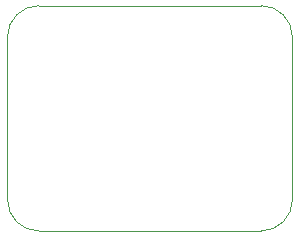
<source format=gbr>
G04 #@! TF.GenerationSoftware,KiCad,Pcbnew,(5.1.9)-1*
G04 #@! TF.CreationDate,2021-01-18T01:03:21-08:00*
G04 #@! TF.ProjectId,AnalogFaderV1,416e616c-6f67-4466-9164-657256312e6b,rev?*
G04 #@! TF.SameCoordinates,Original*
G04 #@! TF.FileFunction,Profile,NP*
%FSLAX46Y46*%
G04 Gerber Fmt 4.6, Leading zero omitted, Abs format (unit mm)*
G04 Created by KiCad (PCBNEW (5.1.9)-1) date 2021-01-18 01:03:21*
%MOMM*%
%LPD*%
G01*
G04 APERTURE LIST*
G04 #@! TA.AperFunction,Profile*
%ADD10C,0.050000*%
G04 #@! TD*
G04 APERTURE END LIST*
D10*
X112915700Y-58432700D02*
G75*
G02*
X110261400Y-55778400I0J2654300D01*
G01*
X134391400Y-55778400D02*
G75*
G02*
X131737100Y-58432700I-2654300J0D01*
G01*
X131737100Y-39344600D02*
G75*
G02*
X134391400Y-41998900I0J-2654300D01*
G01*
X110261400Y-41998900D02*
G75*
G02*
X112915700Y-39344600I2654300J0D01*
G01*
X112915700Y-58432700D02*
X131737100Y-58432700D01*
X112915700Y-39344600D02*
X131737100Y-39344600D01*
X134391400Y-41998900D02*
X134391400Y-55778400D01*
X110261400Y-55778400D02*
X110261400Y-41998900D01*
M02*

</source>
